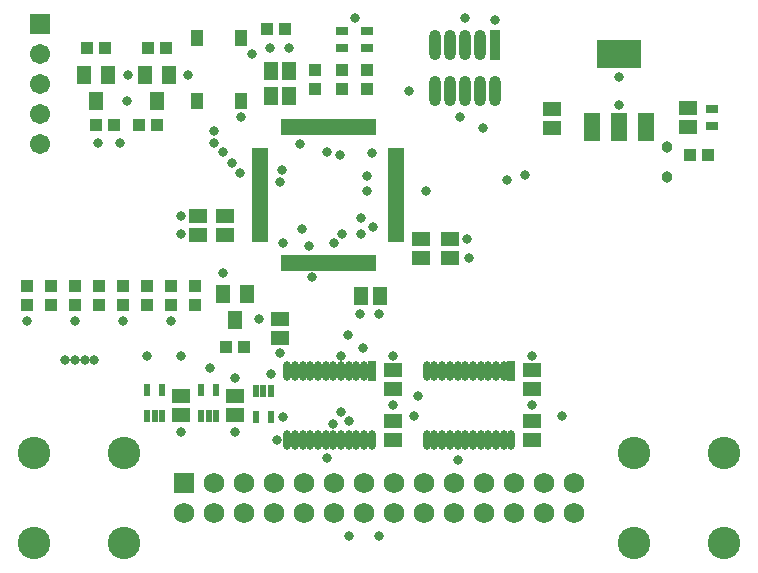
<source format=gts>
%FSLAX25Y25*%
%MOIN*%
G70*
G01*
G75*
G04 Layer_Color=8388736*
%ADD10R,0.05200X0.04250*%
%ADD11R,0.04250X0.05200*%
%ADD12R,0.03150X0.02362*%
%ADD13R,0.03400X0.03100*%
%ADD14R,0.03100X0.03400*%
%ADD15R,0.03200X0.05000*%
%ADD16R,0.04724X0.01181*%
%ADD17R,0.01181X0.04724*%
%ADD18R,0.01772X0.05709*%
%ADD19O,0.01772X0.05709*%
%ADD20R,0.14000X0.08900*%
%ADD21R,0.04700X0.08600*%
%ADD22R,0.04000X0.05500*%
%ADD23R,0.01600X0.03500*%
%ADD24R,0.02992X0.09449*%
%ADD25O,0.02992X0.09449*%
%ADD26C,0.01200*%
%ADD27C,0.02000*%
%ADD28C,0.03000*%
%ADD29C,0.01000*%
%ADD30C,0.03500*%
%ADD31R,0.06000X0.06000*%
%ADD32C,0.06000*%
%ADD33C,0.10000*%
%ADD34R,0.05906X0.05906*%
%ADD35C,0.05906*%
%ADD36C,0.02400*%
%ADD37C,0.03000*%
%ADD38C,0.04000*%
%ADD39C,0.08000*%
G04:AMPARAMS|DCode=40|XSize=120mil|YSize=120mil|CornerRadius=0mil|HoleSize=0mil|Usage=FLASHONLY|Rotation=0.000|XOffset=0mil|YOffset=0mil|HoleType=Round|Shape=Relief|Width=20mil|Gap=10mil|Entries=4|*
%AMTHD40*
7,0,0,0.12000,0.10000,0.02000,45*
%
%ADD40THD40*%
G04:AMPARAMS|DCode=41|XSize=95.433mil|YSize=95.433mil|CornerRadius=0mil|HoleSize=0mil|Usage=FLASHONLY|Rotation=0.000|XOffset=0mil|YOffset=0mil|HoleType=Round|Shape=Relief|Width=20mil|Gap=10mil|Entries=4|*
%AMTHD41*
7,0,0,0.09543,0.07543,0.02000,45*
%
%ADD41THD41*%
%ADD42C,0.07543*%
G04:AMPARAMS|DCode=43|XSize=72mil|YSize=72mil|CornerRadius=0mil|HoleSize=0mil|Usage=FLASHONLY|Rotation=0.000|XOffset=0mil|YOffset=0mil|HoleType=Round|Shape=Relief|Width=20mil|Gap=10mil|Entries=4|*
%AMTHD43*
7,0,0,0.07200,0.05200,0.02000,45*
%
%ADD43THD43*%
%ADD44C,0.05200*%
G04:AMPARAMS|DCode=45|XSize=80mil|YSize=80mil|CornerRadius=0mil|HoleSize=0mil|Usage=FLASHONLY|Rotation=0.000|XOffset=0mil|YOffset=0mil|HoleType=Round|Shape=Relief|Width=20mil|Gap=10mil|Entries=4|*
%AMTHD45*
7,0,0,0.08000,0.06000,0.02000,45*
%
%ADD45THD45*%
%ADD46R,0.06000X0.05050*%
%ADD47R,0.05050X0.06000*%
%ADD48R,0.03950X0.03162*%
%ADD49R,0.04200X0.03900*%
%ADD50R,0.03900X0.04200*%
%ADD51R,0.04000X0.05800*%
%ADD52R,0.05524X0.01981*%
%ADD53R,0.01981X0.05524*%
%ADD54R,0.02572X0.06509*%
%ADD55O,0.02572X0.06509*%
%ADD56R,0.14800X0.09700*%
%ADD57R,0.05500X0.09400*%
%ADD58R,0.04800X0.06300*%
%ADD59R,0.02400X0.04300*%
%ADD60R,0.03792X0.10249*%
%ADD61O,0.03792X0.10249*%
%ADD62R,0.06800X0.06800*%
%ADD63C,0.06800*%
%ADD64C,0.10800*%
%ADD65R,0.06706X0.06706*%
%ADD66C,0.06706*%
%ADD67C,0.03200*%
%ADD68C,0.03800*%
D46*
X129500Y60625D02*
D03*
Y54375D02*
D03*
X129500Y71375D02*
D03*
Y77625D02*
D03*
X182500Y158375D02*
D03*
Y164625D02*
D03*
X228000Y158875D02*
D03*
Y165125D02*
D03*
X92000Y94625D02*
D03*
Y88375D02*
D03*
X73500Y129000D02*
D03*
Y122750D02*
D03*
X64500Y122750D02*
D03*
Y129000D02*
D03*
X139000Y121250D02*
D03*
Y115000D02*
D03*
X148500Y121250D02*
D03*
Y115000D02*
D03*
X176000Y60625D02*
D03*
Y54375D02*
D03*
X176000Y71375D02*
D03*
Y77625D02*
D03*
X59000Y69125D02*
D03*
Y62875D02*
D03*
X77000Y69125D02*
D03*
Y62875D02*
D03*
D47*
X88750Y177500D02*
D03*
X95000D02*
D03*
X88750Y169000D02*
D03*
X95000D02*
D03*
X125125Y102500D02*
D03*
X118875D02*
D03*
D48*
X236000Y159146D02*
D03*
Y164854D02*
D03*
X121000Y185146D02*
D03*
Y190854D02*
D03*
X112500Y185146D02*
D03*
Y190854D02*
D03*
D49*
X103500Y177550D02*
D03*
Y171450D02*
D03*
X63500Y105550D02*
D03*
Y99450D02*
D03*
X47500Y105550D02*
D03*
Y99450D02*
D03*
X31500Y105550D02*
D03*
Y99450D02*
D03*
X15500Y105550D02*
D03*
Y99450D02*
D03*
X55500D02*
D03*
Y105550D02*
D03*
X39500Y99450D02*
D03*
Y105550D02*
D03*
X23500Y99450D02*
D03*
Y105550D02*
D03*
X7500Y99450D02*
D03*
Y105550D02*
D03*
X121000Y177550D02*
D03*
Y171450D02*
D03*
X112500Y177550D02*
D03*
Y171450D02*
D03*
D50*
X80050Y85500D02*
D03*
X73950D02*
D03*
X228450Y149500D02*
D03*
X234550D02*
D03*
X87450Y191500D02*
D03*
X93550D02*
D03*
X27450Y185000D02*
D03*
X33550D02*
D03*
X47950D02*
D03*
X54050D02*
D03*
X51050Y159500D02*
D03*
X44950D02*
D03*
X30450D02*
D03*
X36550D02*
D03*
D51*
X64400Y167500D02*
D03*
Y188500D02*
D03*
X79000Y167500D02*
D03*
Y188500D02*
D03*
D52*
X85362Y150764D02*
D03*
Y148795D02*
D03*
Y146827D02*
D03*
Y144858D02*
D03*
Y142890D02*
D03*
Y140921D02*
D03*
Y138953D02*
D03*
Y136984D02*
D03*
Y135016D02*
D03*
Y133047D02*
D03*
Y131079D02*
D03*
Y129110D02*
D03*
Y127142D02*
D03*
Y125173D02*
D03*
Y123205D02*
D03*
Y121236D02*
D03*
X130638D02*
D03*
Y123205D02*
D03*
Y125173D02*
D03*
Y127142D02*
D03*
Y129110D02*
D03*
Y131079D02*
D03*
Y133047D02*
D03*
Y135016D02*
D03*
Y136984D02*
D03*
Y138953D02*
D03*
Y140921D02*
D03*
Y142890D02*
D03*
Y144858D02*
D03*
Y146827D02*
D03*
Y148795D02*
D03*
Y150764D02*
D03*
D53*
X93236Y113362D02*
D03*
X95205D02*
D03*
X97173D02*
D03*
X99142D02*
D03*
X101110D02*
D03*
X103079D02*
D03*
X105047D02*
D03*
X107016D02*
D03*
X108984D02*
D03*
X110953D02*
D03*
X112921D02*
D03*
X114890D02*
D03*
X116858D02*
D03*
X118827D02*
D03*
X120795D02*
D03*
X122764D02*
D03*
Y158638D02*
D03*
X120795D02*
D03*
X118827D02*
D03*
X116858D02*
D03*
X114890D02*
D03*
X112921D02*
D03*
X110953D02*
D03*
X108984D02*
D03*
X107016D02*
D03*
X105047D02*
D03*
X103079D02*
D03*
X101110D02*
D03*
X99142D02*
D03*
X97173D02*
D03*
X95205D02*
D03*
X93236D02*
D03*
D54*
X122500Y77500D02*
D03*
X169000D02*
D03*
D55*
X119941D02*
D03*
X117382D02*
D03*
X114823D02*
D03*
X112264D02*
D03*
X109705D02*
D03*
X107146D02*
D03*
X104587D02*
D03*
X102027D02*
D03*
X99468D02*
D03*
X96909D02*
D03*
X94350D02*
D03*
X122500Y54272D02*
D03*
X119941D02*
D03*
X117382D02*
D03*
X114823D02*
D03*
X112264D02*
D03*
X109705D02*
D03*
X107146D02*
D03*
X104587D02*
D03*
X102027D02*
D03*
X99468D02*
D03*
X96909D02*
D03*
X94350D02*
D03*
X166441Y77500D02*
D03*
X163882D02*
D03*
X161323D02*
D03*
X158764D02*
D03*
X156205D02*
D03*
X153646D02*
D03*
X151087D02*
D03*
X148527D02*
D03*
X145968D02*
D03*
X143409D02*
D03*
X140850D02*
D03*
X169000Y54272D02*
D03*
X166441D02*
D03*
X163882D02*
D03*
X161323D02*
D03*
X158764D02*
D03*
X156205D02*
D03*
X153646D02*
D03*
X151087D02*
D03*
X148527D02*
D03*
X145968D02*
D03*
X143409D02*
D03*
X140850D02*
D03*
D56*
X205000Y183000D02*
D03*
D57*
X196000Y158600D02*
D03*
X205000D02*
D03*
X214000D02*
D03*
D58*
X73000Y103150D02*
D03*
X81000D02*
D03*
X77000Y94500D02*
D03*
X47000Y176150D02*
D03*
X55000D02*
D03*
X51000Y167500D02*
D03*
X26500Y176150D02*
D03*
X34500D02*
D03*
X30500Y167500D02*
D03*
D59*
X47500Y62300D02*
D03*
X50100D02*
D03*
X52700D02*
D03*
Y71000D02*
D03*
X47500D02*
D03*
X65500Y62300D02*
D03*
X68100D02*
D03*
X70700D02*
D03*
Y71000D02*
D03*
X65500D02*
D03*
X89000Y70700D02*
D03*
X86400D02*
D03*
X83800D02*
D03*
Y62000D02*
D03*
X89000D02*
D03*
D60*
X163500Y186000D02*
D03*
D61*
X158500D02*
D03*
X153500D02*
D03*
X148500D02*
D03*
X143500D02*
D03*
X163500Y170646D02*
D03*
X158500D02*
D03*
X153500D02*
D03*
X148500D02*
D03*
X143500D02*
D03*
D62*
X60000Y40000D02*
D03*
D63*
X70000Y30000D02*
D03*
X80000D02*
D03*
X90000D02*
D03*
X100000D02*
D03*
X110000D02*
D03*
X120000D02*
D03*
X130000D02*
D03*
X140000D02*
D03*
X150000D02*
D03*
X160000D02*
D03*
X170000D02*
D03*
X180000D02*
D03*
X190000D02*
D03*
X60000D02*
D03*
X70000Y40000D02*
D03*
X80000D02*
D03*
X90000D02*
D03*
X100000D02*
D03*
X110000D02*
D03*
X120000D02*
D03*
X130000D02*
D03*
X140000D02*
D03*
X150000D02*
D03*
X190000D02*
D03*
X170000D02*
D03*
X160000D02*
D03*
X180000D02*
D03*
D64*
X240000Y50000D02*
D03*
Y20000D02*
D03*
X210000Y50000D02*
D03*
Y20000D02*
D03*
X40000Y50000D02*
D03*
Y20000D02*
D03*
X10000Y50000D02*
D03*
Y20000D02*
D03*
D65*
X12000Y193000D02*
D03*
D66*
Y183000D02*
D03*
Y173000D02*
D03*
Y163000D02*
D03*
Y153000D02*
D03*
D67*
X153500Y195000D02*
D03*
X163500Y194500D02*
D03*
X102647Y108604D02*
D03*
X101542Y119000D02*
D03*
X89000Y76500D02*
D03*
X99142Y124642D02*
D03*
X110000Y120000D02*
D03*
X140500Y137500D02*
D03*
X173732Y142732D02*
D03*
X125000Y22500D02*
D03*
X115000D02*
D03*
X167500Y140945D02*
D03*
X38500Y153500D02*
D03*
X31100D02*
D03*
X115000Y60623D02*
D03*
X30000Y81000D02*
D03*
X26800D02*
D03*
X20400D02*
D03*
X23600D02*
D03*
X92000Y83500D02*
D03*
X73000Y110000D02*
D03*
X93000Y120000D02*
D03*
X85000Y94625D02*
D03*
X7500Y94000D02*
D03*
X23500D02*
D03*
X39500D02*
D03*
X55500D02*
D03*
X93000Y62000D02*
D03*
X186000Y62500D02*
D03*
X136500D02*
D03*
X129500Y66000D02*
D03*
X77000Y57000D02*
D03*
X59000D02*
D03*
X94875Y185000D02*
D03*
X151087Y47587D02*
D03*
X107500Y48500D02*
D03*
X109705Y59795D02*
D03*
X112264Y63736D02*
D03*
X90772Y54272D02*
D03*
X176000Y66000D02*
D03*
X59000Y129000D02*
D03*
Y123000D02*
D03*
X47500Y82500D02*
D03*
X68500Y78500D02*
D03*
X78500Y143500D02*
D03*
X76000Y146800D02*
D03*
X41000Y167500D02*
D03*
X98500Y153000D02*
D03*
X88500Y185000D02*
D03*
X41150Y176150D02*
D03*
X61350D02*
D03*
X70000Y153500D02*
D03*
Y157500D02*
D03*
X121000Y142500D02*
D03*
X121000Y137500D02*
D03*
X125000Y96500D02*
D03*
X129500Y82500D02*
D03*
X176000D02*
D03*
X138000Y69000D02*
D03*
X119000Y123000D02*
D03*
X122500Y150000D02*
D03*
X77000Y75000D02*
D03*
X73000Y150500D02*
D03*
X118500Y96500D02*
D03*
X112500Y123000D02*
D03*
X119500Y85000D02*
D03*
X114500Y89500D02*
D03*
X112264Y82264D02*
D03*
X205000Y166000D02*
D03*
Y175500D02*
D03*
X107500Y150500D02*
D03*
X112000Y149500D02*
D03*
X117000Y195000D02*
D03*
X79000Y162000D02*
D03*
X82500Y183000D02*
D03*
X59000Y82500D02*
D03*
X155000Y115000D02*
D03*
X154250Y121250D02*
D03*
X92000Y140500D02*
D03*
X123000Y125500D02*
D03*
X92500Y144500D02*
D03*
X119000Y128500D02*
D03*
X159500Y158500D02*
D03*
X152000Y162000D02*
D03*
X134854Y170646D02*
D03*
D68*
X221000Y142000D02*
D03*
Y152000D02*
D03*
M02*

</source>
